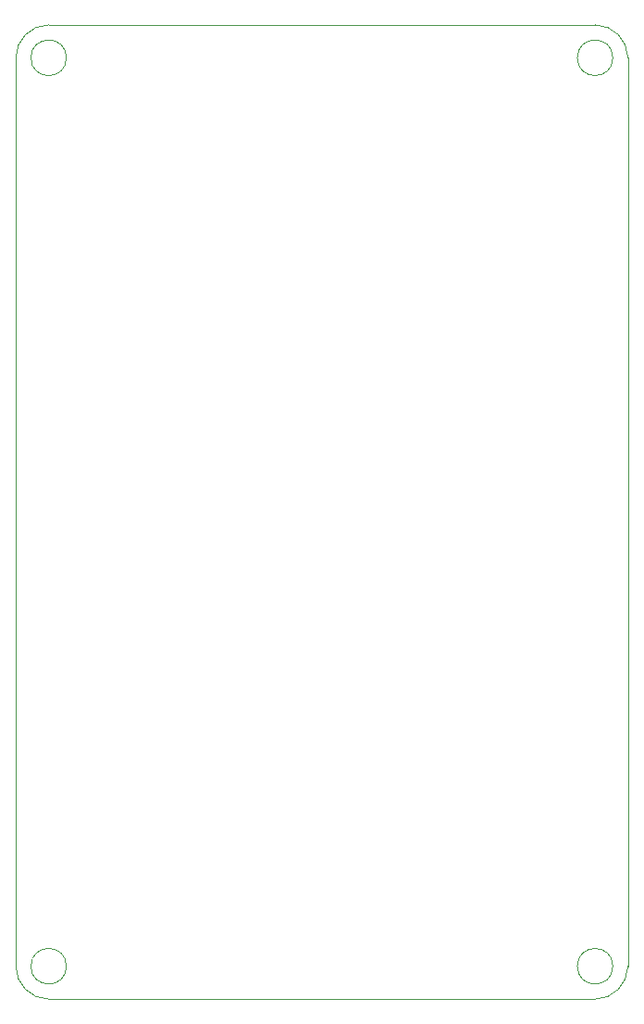
<source format=gbr>
%TF.GenerationSoftware,KiCad,Pcbnew,7.0.9*%
%TF.CreationDate,2023-12-17T20:03:09-08:00*%
%TF.ProjectId,schematic,73636865-6d61-4746-9963-2e6b69636164,rev?*%
%TF.SameCoordinates,Original*%
%TF.FileFunction,Profile,NP*%
%FSLAX46Y46*%
G04 Gerber Fmt 4.6, Leading zero omitted, Abs format (unit mm)*
G04 Created by KiCad (PCBNEW 7.0.9) date 2023-12-17 20:03:09*
%MOMM*%
%LPD*%
G01*
G04 APERTURE LIST*
%TA.AperFunction,Profile*%
%ADD10C,0.100000*%
%TD*%
G04 APERTURE END LIST*
D10*
X154625000Y-51000000D02*
G75*
G03*
X154625000Y-51000000I-1625000J0D01*
G01*
X100000000Y-134000000D02*
G75*
G03*
X103000000Y-137000000I3000000J0D01*
G01*
X156000000Y-51000000D02*
X156000000Y-134000000D01*
X104625000Y-51000000D02*
G75*
G03*
X104625000Y-51000000I-1625000J0D01*
G01*
X153000000Y-137000000D02*
X103000000Y-137000000D01*
X103000000Y-48000000D02*
X153000000Y-48000000D01*
X154625000Y-134000000D02*
G75*
G03*
X154625000Y-134000000I-1625000J0D01*
G01*
X104625000Y-134000000D02*
G75*
G03*
X104625000Y-134000000I-1625000J0D01*
G01*
X153000000Y-137000000D02*
G75*
G03*
X156000000Y-134000000I0J3000000D01*
G01*
X103000000Y-48000000D02*
G75*
G03*
X100000000Y-51000000I0J-3000000D01*
G01*
X156000000Y-51000000D02*
G75*
G03*
X153000000Y-48000000I-3000000J0D01*
G01*
X100000000Y-134000000D02*
X100000000Y-51000000D01*
M02*

</source>
